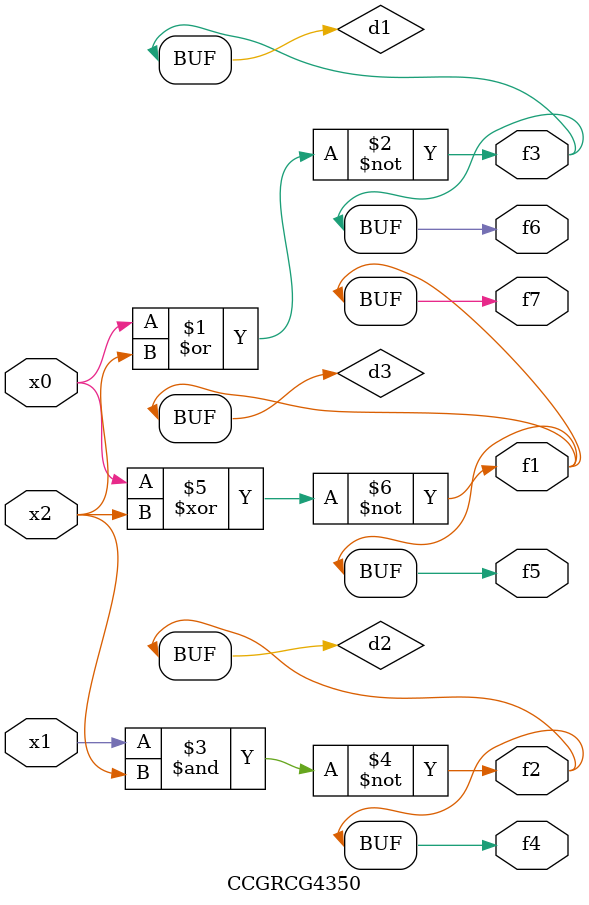
<source format=v>
module CCGRCG4350(
	input x0, x1, x2,
	output f1, f2, f3, f4, f5, f6, f7
);

	wire d1, d2, d3;

	nor (d1, x0, x2);
	nand (d2, x1, x2);
	xnor (d3, x0, x2);
	assign f1 = d3;
	assign f2 = d2;
	assign f3 = d1;
	assign f4 = d2;
	assign f5 = d3;
	assign f6 = d1;
	assign f7 = d3;
endmodule

</source>
